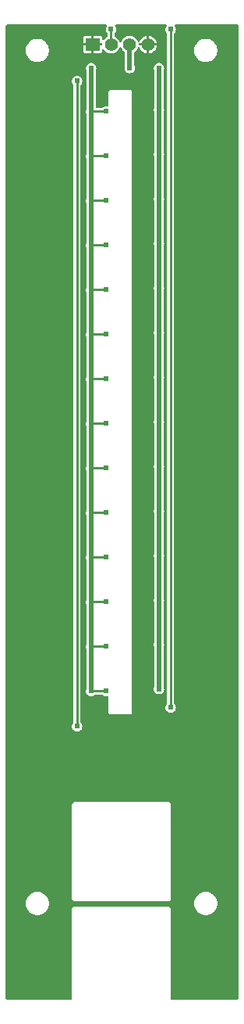
<source format=gbl>
G04 Layer: BottomLayer*
G04 EasyEDA v6.5.29, 2023-07-18 11:14:52*
G04 afe15dd53e0047d18e41e40897773fa5,5a6b42c53f6a479593ecc07194224c93,10*
G04 Gerber Generator version 0.2*
G04 Scale: 100 percent, Rotated: No, Reflected: No *
G04 Dimensions in millimeters *
G04 leading zeros omitted , absolute positions ,4 integer and 5 decimal *
%FSLAX45Y45*%
%MOMM*%

%AMMACRO1*21,1,$1,$2,0,0,$3*%
%ADD10C,0.2540*%
%ADD11C,0.5000*%
%ADD12C,1.4000*%
%ADD13MACRO1,1.524X1.4X0.0000*%
%ADD14C,0.6096*%
%ADD15C,0.0144*%

%LPD*%
G36*
X251967Y851408D02*
G01*
X248056Y852169D01*
X244805Y854405D01*
X242570Y857656D01*
X241808Y861568D01*
X241808Y11393932D01*
X242570Y11397843D01*
X244805Y11401094D01*
X248056Y11403330D01*
X251967Y11404092D01*
X1331468Y11404092D01*
X1335786Y11403126D01*
X1339240Y11400485D01*
X1341272Y11396573D01*
X1341475Y11392154D01*
X1339799Y11388090D01*
X1335481Y11381994D01*
X1331366Y11373053D01*
X1328826Y11363604D01*
X1327962Y11353800D01*
X1328826Y11343995D01*
X1331366Y11334546D01*
X1335481Y11325606D01*
X1341120Y11317579D01*
X1342694Y11316004D01*
X1344930Y11312702D01*
X1345692Y11308791D01*
X1345692Y11281918D01*
X1345082Y11278514D01*
X1343406Y11275517D01*
X1340815Y11273231D01*
X1330604Y11267033D01*
X1320444Y11258753D01*
X1311503Y11249202D01*
X1306474Y11242040D01*
X1303324Y11239195D01*
X1299311Y11237823D01*
X1295095Y11238230D01*
X1291386Y11240312D01*
X1288897Y11243767D01*
X1288034Y11247932D01*
X1288034Y11258143D01*
X1287272Y11264442D01*
X1285392Y11269929D01*
X1282293Y11274806D01*
X1278229Y11278920D01*
X1273302Y11281968D01*
X1267866Y11283899D01*
X1261516Y11284610D01*
X1198626Y11284610D01*
X1198626Y11201400D01*
X1280007Y11201400D01*
X1283919Y11200638D01*
X1287170Y11198402D01*
X1289405Y11195151D01*
X1290167Y11191240D01*
X1290167Y11186160D01*
X1289405Y11182248D01*
X1287170Y11178997D01*
X1283919Y11176762D01*
X1280007Y11176000D01*
X1198626Y11176000D01*
X1198626Y11092789D01*
X1261516Y11092789D01*
X1267866Y11093500D01*
X1273302Y11095431D01*
X1278229Y11098479D01*
X1282293Y11102594D01*
X1285392Y11107470D01*
X1287272Y11112957D01*
X1288034Y11119256D01*
X1288034Y11129467D01*
X1288897Y11133632D01*
X1291386Y11137087D01*
X1295095Y11139170D01*
X1299311Y11139576D01*
X1303324Y11138204D01*
X1306474Y11135360D01*
X1311503Y11128197D01*
X1320444Y11118646D01*
X1330604Y11110366D01*
X1341780Y11103559D01*
X1353769Y11098326D01*
X1366367Y11094821D01*
X1379372Y11093043D01*
X1392428Y11093043D01*
X1405432Y11094821D01*
X1418031Y11098326D01*
X1430020Y11103559D01*
X1441196Y11110366D01*
X1451356Y11118646D01*
X1460296Y11128197D01*
X1467815Y11138865D01*
X1473860Y11150498D01*
X1476349Y11157458D01*
X1478483Y11161014D01*
X1481836Y11163401D01*
X1485900Y11164214D01*
X1489964Y11163401D01*
X1493316Y11161014D01*
X1495450Y11157458D01*
X1497939Y11150498D01*
X1503984Y11138865D01*
X1511503Y11128197D01*
X1520444Y11118646D01*
X1533296Y11108029D01*
X1534972Y11105083D01*
X1535582Y11101679D01*
X1536446Y10960354D01*
X1535480Y10955985D01*
X1534566Y10953953D01*
X1532026Y10944504D01*
X1531162Y10934700D01*
X1532026Y10924895D01*
X1534566Y10915446D01*
X1538681Y10906506D01*
X1544320Y10898479D01*
X1551279Y10891520D01*
X1559306Y10885881D01*
X1568246Y10881766D01*
X1577695Y10879226D01*
X1587500Y10878362D01*
X1597304Y10879226D01*
X1606753Y10881766D01*
X1615694Y10885881D01*
X1623720Y10891520D01*
X1630680Y10898479D01*
X1636318Y10906506D01*
X1640433Y10915446D01*
X1642973Y10924895D01*
X1643837Y10934700D01*
X1642973Y10944504D01*
X1640433Y10953953D01*
X1639214Y10956645D01*
X1638249Y10960862D01*
X1637385Y11102390D01*
X1638350Y11106759D01*
X1641144Y11110315D01*
X1651355Y11118646D01*
X1660296Y11128197D01*
X1667814Y11138865D01*
X1673860Y11150498D01*
X1676349Y11157458D01*
X1678482Y11161014D01*
X1681835Y11163401D01*
X1685899Y11164214D01*
X1689963Y11163401D01*
X1693316Y11161014D01*
X1695450Y11157458D01*
X1697939Y11150498D01*
X1703984Y11138865D01*
X1711502Y11128197D01*
X1720443Y11118646D01*
X1730603Y11110366D01*
X1741779Y11103559D01*
X1753768Y11098326D01*
X1766366Y11094821D01*
X1773174Y11093907D01*
X1773174Y11176000D01*
X1691792Y11176000D01*
X1687880Y11176762D01*
X1684629Y11178997D01*
X1682394Y11182248D01*
X1681632Y11186160D01*
X1681632Y11191240D01*
X1682394Y11195151D01*
X1684629Y11198402D01*
X1687880Y11200638D01*
X1691792Y11201400D01*
X1773174Y11201400D01*
X1773174Y11283492D01*
X1766366Y11282578D01*
X1753768Y11279022D01*
X1741779Y11273840D01*
X1730603Y11267033D01*
X1720443Y11258753D01*
X1711502Y11249202D01*
X1703984Y11238534D01*
X1697939Y11226901D01*
X1695450Y11219942D01*
X1693316Y11216386D01*
X1689963Y11213998D01*
X1685899Y11213185D01*
X1681835Y11213998D01*
X1678482Y11216386D01*
X1676349Y11219942D01*
X1673860Y11226901D01*
X1667814Y11238534D01*
X1660296Y11249202D01*
X1651355Y11258753D01*
X1641195Y11267033D01*
X1630019Y11273840D01*
X1618030Y11279022D01*
X1605432Y11282578D01*
X1592427Y11284356D01*
X1579372Y11284356D01*
X1566367Y11282578D01*
X1553768Y11279022D01*
X1541780Y11273840D01*
X1530604Y11267033D01*
X1520444Y11258753D01*
X1511503Y11249202D01*
X1503984Y11238534D01*
X1497939Y11226901D01*
X1495450Y11219942D01*
X1493316Y11216386D01*
X1489964Y11213998D01*
X1485900Y11213185D01*
X1481836Y11213998D01*
X1478483Y11216386D01*
X1476349Y11219942D01*
X1473860Y11226901D01*
X1467815Y11238534D01*
X1460296Y11249202D01*
X1451356Y11258753D01*
X1441196Y11267033D01*
X1425803Y11276482D01*
X1423670Y11279733D01*
X1422908Y11283594D01*
X1422908Y11308791D01*
X1423670Y11312702D01*
X1425905Y11316004D01*
X1427480Y11317579D01*
X1433118Y11325606D01*
X1437233Y11334546D01*
X1439773Y11343995D01*
X1440637Y11353800D01*
X1439773Y11363604D01*
X1437233Y11373053D01*
X1433118Y11381994D01*
X1428800Y11388090D01*
X1427124Y11392154D01*
X1427327Y11396573D01*
X1429359Y11400485D01*
X1432814Y11403126D01*
X1437132Y11404092D01*
X1979168Y11404092D01*
X1983486Y11403126D01*
X1986940Y11400485D01*
X1988972Y11396573D01*
X1989175Y11392154D01*
X1987499Y11388090D01*
X1983181Y11381994D01*
X1979066Y11373053D01*
X1976526Y11363604D01*
X1975662Y11353800D01*
X1976526Y11343995D01*
X1979066Y11334546D01*
X1983181Y11325606D01*
X1988820Y11317579D01*
X1990394Y11316004D01*
X1992630Y11312702D01*
X1993392Y11308791D01*
X1993392Y4058208D01*
X1992630Y4054297D01*
X1990394Y4050995D01*
X1988820Y4049420D01*
X1983181Y4041394D01*
X1979066Y4032453D01*
X1976526Y4023004D01*
X1975662Y4013200D01*
X1976526Y4003395D01*
X1979066Y3993946D01*
X1983181Y3985006D01*
X1988820Y3976979D01*
X1995779Y3970020D01*
X2003806Y3964381D01*
X2012746Y3960266D01*
X2022195Y3957726D01*
X2032000Y3956862D01*
X2041804Y3957726D01*
X2051253Y3960266D01*
X2060193Y3964381D01*
X2068220Y3970020D01*
X2075180Y3976979D01*
X2080818Y3985006D01*
X2084933Y3993946D01*
X2087473Y4003395D01*
X2088337Y4013200D01*
X2087473Y4023004D01*
X2084933Y4032453D01*
X2080818Y4041394D01*
X2075180Y4049420D01*
X2073605Y4050995D01*
X2071370Y4054297D01*
X2070607Y4058208D01*
X2070607Y11308791D01*
X2071370Y11312702D01*
X2073605Y11316004D01*
X2075180Y11317579D01*
X2080818Y11325606D01*
X2084933Y11334546D01*
X2087473Y11343995D01*
X2088337Y11353800D01*
X2087473Y11363604D01*
X2084933Y11373053D01*
X2080818Y11381994D01*
X2076500Y11388090D01*
X2074824Y11392154D01*
X2075027Y11396573D01*
X2077059Y11400485D01*
X2080514Y11403126D01*
X2084832Y11404092D01*
X2757932Y11404092D01*
X2761843Y11403330D01*
X2765094Y11401094D01*
X2767330Y11397843D01*
X2768092Y11393932D01*
X2768092Y861568D01*
X2767330Y857656D01*
X2765094Y854405D01*
X2761843Y852169D01*
X2757932Y851408D01*
X2042668Y851408D01*
X2038756Y852169D01*
X2035505Y854405D01*
X2033270Y857656D01*
X2032507Y861568D01*
X2032507Y1832254D01*
X2031796Y1838553D01*
X2029866Y1843989D01*
X2026818Y1848916D01*
X2022703Y1852980D01*
X2017826Y1856079D01*
X2012340Y1858010D01*
X2006041Y1858721D01*
X987145Y1858721D01*
X980846Y1858010D01*
X975410Y1856079D01*
X970483Y1852980D01*
X966419Y1848916D01*
X963320Y1843989D01*
X961390Y1838553D01*
X960678Y1832254D01*
X960678Y861568D01*
X959916Y857656D01*
X957732Y854405D01*
X954430Y852169D01*
X950518Y851408D01*
G37*

%LPC*%
G36*
X1083818Y11201400D02*
G01*
X1173226Y11201400D01*
X1173226Y11284610D01*
X1110284Y11284610D01*
X1103934Y11283899D01*
X1098499Y11281968D01*
X1093571Y11278920D01*
X1089507Y11274806D01*
X1086408Y11269929D01*
X1084529Y11264442D01*
X1083818Y11258143D01*
G37*
G36*
X584200Y1766417D02*
G01*
X599389Y1767332D01*
X614324Y1770075D01*
X628853Y1774596D01*
X642721Y1780844D01*
X655726Y1788718D01*
X667664Y1798066D01*
X678434Y1808835D01*
X687781Y1820773D01*
X695655Y1833778D01*
X701903Y1847646D01*
X706424Y1862175D01*
X709168Y1877110D01*
X710082Y1892300D01*
X709168Y1907489D01*
X706424Y1922424D01*
X701903Y1936953D01*
X695655Y1950821D01*
X687781Y1963826D01*
X678434Y1975764D01*
X667664Y1986534D01*
X655726Y1995881D01*
X642721Y2003755D01*
X628853Y2010003D01*
X614324Y2014524D01*
X599389Y2017268D01*
X584200Y2018182D01*
X569010Y2017268D01*
X554075Y2014524D01*
X539546Y2010003D01*
X525678Y2003755D01*
X512673Y1995881D01*
X500735Y1986534D01*
X489966Y1975764D01*
X480618Y1963826D01*
X472744Y1950821D01*
X466496Y1936953D01*
X461975Y1922424D01*
X459232Y1907489D01*
X458317Y1892300D01*
X459232Y1877110D01*
X461975Y1862175D01*
X466496Y1847646D01*
X472744Y1833778D01*
X480618Y1820773D01*
X489966Y1808835D01*
X500735Y1798066D01*
X512673Y1788718D01*
X525678Y1780844D01*
X539546Y1774596D01*
X554075Y1770075D01*
X569010Y1767332D01*
G37*
G36*
X987145Y1917192D02*
G01*
X2006041Y1917192D01*
X2012340Y1917903D01*
X2017826Y1919833D01*
X2022703Y1922881D01*
X2026818Y1926996D01*
X2029866Y1931873D01*
X2031796Y1937359D01*
X2032507Y1943658D01*
X2032507Y2962554D01*
X2031796Y2968853D01*
X2029866Y2974289D01*
X2026818Y2979216D01*
X2022703Y2983280D01*
X2017826Y2986379D01*
X2012340Y2988310D01*
X2006041Y2989021D01*
X987145Y2989021D01*
X980846Y2988310D01*
X975410Y2986379D01*
X970483Y2983280D01*
X966419Y2979216D01*
X963320Y2974289D01*
X961390Y2968853D01*
X960678Y2962554D01*
X960678Y1943658D01*
X961390Y1937359D01*
X963320Y1931873D01*
X966419Y1926996D01*
X970483Y1922881D01*
X975410Y1919833D01*
X980846Y1917903D01*
G37*
G36*
X1016000Y3753662D02*
G01*
X1025804Y3754526D01*
X1035253Y3757066D01*
X1044194Y3761181D01*
X1052220Y3766820D01*
X1059180Y3773779D01*
X1064818Y3781806D01*
X1068933Y3790746D01*
X1071473Y3800195D01*
X1072337Y3810000D01*
X1071473Y3819804D01*
X1068933Y3829253D01*
X1064818Y3838194D01*
X1059180Y3846220D01*
X1057605Y3847795D01*
X1055370Y3851097D01*
X1054608Y3855008D01*
X1054608Y10749991D01*
X1055370Y10753902D01*
X1057605Y10757204D01*
X1059180Y10758779D01*
X1064818Y10766806D01*
X1068933Y10775746D01*
X1071473Y10785195D01*
X1072337Y10795000D01*
X1071473Y10804804D01*
X1068933Y10814253D01*
X1064818Y10823194D01*
X1059180Y10831220D01*
X1052220Y10838180D01*
X1044194Y10843818D01*
X1035253Y10847933D01*
X1025804Y10850473D01*
X1016000Y10851337D01*
X1006195Y10850473D01*
X996746Y10847933D01*
X987806Y10843818D01*
X979779Y10838180D01*
X972819Y10831220D01*
X967181Y10823194D01*
X963066Y10814253D01*
X960526Y10804804D01*
X959662Y10795000D01*
X960526Y10785195D01*
X963066Y10775746D01*
X967181Y10766806D01*
X972819Y10758779D01*
X974394Y10757204D01*
X976630Y10753902D01*
X977392Y10749991D01*
X977392Y3855008D01*
X976630Y3851097D01*
X974394Y3847795D01*
X972819Y3846220D01*
X967181Y3838194D01*
X963066Y3829253D01*
X960526Y3819804D01*
X959662Y3810000D01*
X960526Y3800195D01*
X963066Y3790746D01*
X967181Y3781806D01*
X972819Y3773779D01*
X979779Y3766820D01*
X987806Y3761181D01*
X996746Y3757066D01*
X1006195Y3754526D01*
G37*
G36*
X1384858Y3936492D02*
G01*
X1586941Y3936492D01*
X1593240Y3937203D01*
X1598726Y3939133D01*
X1603603Y3942181D01*
X1607718Y3946296D01*
X1610766Y3951173D01*
X1612696Y3956659D01*
X1613408Y3962958D01*
X1613408Y10671606D01*
X1612696Y10677956D01*
X1610766Y10683392D01*
X1607718Y10688320D01*
X1603603Y10692384D01*
X1598726Y10695482D01*
X1593240Y10697362D01*
X1586941Y10698073D01*
X1384858Y10698073D01*
X1378559Y10697362D01*
X1373073Y10695482D01*
X1368196Y10692384D01*
X1364081Y10688320D01*
X1361033Y10683392D01*
X1359103Y10677956D01*
X1358392Y10671606D01*
X1358392Y10529468D01*
X1357731Y10525861D01*
X1355801Y10522712D01*
X1352854Y10520426D01*
X1349298Y10519359D01*
X1345590Y10519664D01*
X1343304Y10520273D01*
X1333500Y10521137D01*
X1323695Y10520273D01*
X1314246Y10517733D01*
X1305306Y10513618D01*
X1297279Y10507980D01*
X1295704Y10506405D01*
X1292402Y10504170D01*
X1288491Y10503408D01*
X1229461Y10503408D01*
X1225600Y10504170D01*
X1222298Y10506405D01*
X1220063Y10509656D01*
X1219301Y10513568D01*
X1219301Y10908792D01*
X1220266Y10913110D01*
X1221333Y10915446D01*
X1223873Y10924895D01*
X1224737Y10934700D01*
X1223873Y10944504D01*
X1221333Y10953953D01*
X1217218Y10962894D01*
X1211580Y10970920D01*
X1204620Y10977880D01*
X1196594Y10983518D01*
X1187653Y10987633D01*
X1178204Y10990173D01*
X1168400Y10991037D01*
X1158595Y10990173D01*
X1149146Y10987633D01*
X1140206Y10983518D01*
X1132179Y10977880D01*
X1125220Y10970920D01*
X1119581Y10962894D01*
X1115466Y10953953D01*
X1112926Y10944504D01*
X1112062Y10934700D01*
X1112926Y10924895D01*
X1115466Y10915446D01*
X1116533Y10913110D01*
X1117498Y10908792D01*
X1117498Y10490708D01*
X1116533Y10486390D01*
X1115466Y10484053D01*
X1112926Y10474604D01*
X1112062Y10464800D01*
X1112926Y10454995D01*
X1115466Y10445546D01*
X1116533Y10443210D01*
X1117498Y10438892D01*
X1117498Y10008108D01*
X1116533Y10003790D01*
X1115466Y10001453D01*
X1112926Y9992004D01*
X1112062Y9982200D01*
X1112926Y9972395D01*
X1115466Y9962946D01*
X1116533Y9960610D01*
X1117498Y9956292D01*
X1117498Y9525508D01*
X1116533Y9521190D01*
X1115466Y9518853D01*
X1112926Y9509404D01*
X1112062Y9499600D01*
X1112926Y9489795D01*
X1115466Y9480346D01*
X1116533Y9478010D01*
X1117498Y9473692D01*
X1117498Y9042908D01*
X1116533Y9038590D01*
X1115466Y9036253D01*
X1112926Y9026804D01*
X1112062Y9017000D01*
X1112926Y9007195D01*
X1115466Y8997746D01*
X1116533Y8995410D01*
X1117498Y8991092D01*
X1117498Y8560308D01*
X1116533Y8555990D01*
X1115466Y8553653D01*
X1112926Y8544204D01*
X1112062Y8534400D01*
X1112926Y8524595D01*
X1115466Y8515146D01*
X1116533Y8512810D01*
X1117498Y8508492D01*
X1117498Y8077708D01*
X1116533Y8073390D01*
X1115466Y8071053D01*
X1112926Y8061604D01*
X1112062Y8051800D01*
X1112926Y8041995D01*
X1115466Y8032546D01*
X1116533Y8030209D01*
X1117498Y8025892D01*
X1117498Y7595108D01*
X1116533Y7590790D01*
X1115466Y7588453D01*
X1112926Y7579004D01*
X1112062Y7569200D01*
X1112926Y7559395D01*
X1115466Y7549946D01*
X1116533Y7547609D01*
X1117498Y7543292D01*
X1117498Y7112508D01*
X1116533Y7108190D01*
X1115466Y7105853D01*
X1112926Y7096404D01*
X1112062Y7086600D01*
X1112926Y7076795D01*
X1115466Y7067346D01*
X1116533Y7065009D01*
X1117498Y7060692D01*
X1117498Y6629908D01*
X1116533Y6625590D01*
X1115466Y6623253D01*
X1112926Y6613804D01*
X1112062Y6604000D01*
X1112926Y6594195D01*
X1115466Y6584746D01*
X1116533Y6582409D01*
X1117498Y6578092D01*
X1117498Y6147308D01*
X1116533Y6142990D01*
X1115466Y6140653D01*
X1112926Y6131204D01*
X1112062Y6121400D01*
X1112926Y6111595D01*
X1115466Y6102146D01*
X1116533Y6099810D01*
X1117498Y6095492D01*
X1117498Y5664708D01*
X1116533Y5660390D01*
X1115466Y5658053D01*
X1112926Y5648604D01*
X1112062Y5638800D01*
X1112926Y5628995D01*
X1115466Y5619546D01*
X1116533Y5617210D01*
X1117498Y5612892D01*
X1117498Y5182108D01*
X1116533Y5177790D01*
X1115466Y5175453D01*
X1112926Y5166004D01*
X1112062Y5156200D01*
X1112926Y5146395D01*
X1115466Y5136946D01*
X1116533Y5134610D01*
X1117498Y5130292D01*
X1117498Y4699508D01*
X1116533Y4695190D01*
X1115466Y4692853D01*
X1112926Y4683404D01*
X1112062Y4673600D01*
X1112926Y4663795D01*
X1115466Y4654346D01*
X1116533Y4652010D01*
X1117498Y4647692D01*
X1117498Y4216908D01*
X1116533Y4212590D01*
X1115466Y4210253D01*
X1112926Y4200804D01*
X1112062Y4191000D01*
X1112926Y4181195D01*
X1115466Y4171746D01*
X1119581Y4162806D01*
X1125220Y4154779D01*
X1132179Y4147820D01*
X1140206Y4142181D01*
X1149146Y4138066D01*
X1158595Y4135526D01*
X1168400Y4134662D01*
X1178204Y4135526D01*
X1187653Y4138066D01*
X1196594Y4142181D01*
X1204620Y4147820D01*
X1206195Y4149394D01*
X1209497Y4151629D01*
X1213408Y4152392D01*
X1288491Y4152392D01*
X1292402Y4151629D01*
X1295704Y4149394D01*
X1297279Y4147820D01*
X1305306Y4142181D01*
X1314246Y4138066D01*
X1323695Y4135526D01*
X1333500Y4134662D01*
X1343304Y4135526D01*
X1345590Y4136136D01*
X1349298Y4136440D01*
X1352854Y4135374D01*
X1355801Y4133087D01*
X1357731Y4129938D01*
X1358392Y4126331D01*
X1358392Y3962958D01*
X1359103Y3956659D01*
X1361033Y3951173D01*
X1364081Y3946296D01*
X1368196Y3942181D01*
X1373073Y3939133D01*
X1378559Y3937203D01*
G37*
G36*
X2413000Y1766417D02*
G01*
X2428138Y1767332D01*
X2443124Y1770075D01*
X2457602Y1774596D01*
X2471470Y1780844D01*
X2484475Y1788718D01*
X2496464Y1798066D01*
X2507183Y1808835D01*
X2516581Y1820773D01*
X2524455Y1833778D01*
X2530703Y1847646D01*
X2535224Y1862175D01*
X2537968Y1877110D01*
X2538882Y1892300D01*
X2537968Y1907489D01*
X2535224Y1922424D01*
X2530703Y1936953D01*
X2524455Y1950821D01*
X2516581Y1963826D01*
X2507183Y1975764D01*
X2496464Y1986534D01*
X2484475Y1995881D01*
X2471470Y2003755D01*
X2457602Y2010003D01*
X2443124Y2014524D01*
X2428138Y2017268D01*
X2413000Y2018182D01*
X2397810Y2017268D01*
X2382824Y2014524D01*
X2368346Y2010003D01*
X2354478Y2003755D01*
X2341473Y1995881D01*
X2329484Y1986534D01*
X2318766Y1975764D01*
X2309368Y1963826D01*
X2301494Y1950821D01*
X2295245Y1936953D01*
X2290724Y1922424D01*
X2287981Y1907489D01*
X2287066Y1892300D01*
X2287981Y1877110D01*
X2290724Y1862175D01*
X2295245Y1847646D01*
X2301494Y1833778D01*
X2309368Y1820773D01*
X2318766Y1808835D01*
X2329484Y1798066D01*
X2341473Y1788718D01*
X2354478Y1780844D01*
X2368346Y1774596D01*
X2382824Y1770075D01*
X2397810Y1767332D01*
G37*
G36*
X2413000Y10999317D02*
G01*
X2428138Y11000232D01*
X2443124Y11002975D01*
X2457602Y11007496D01*
X2471470Y11013744D01*
X2484475Y11021618D01*
X2496464Y11030966D01*
X2507183Y11041735D01*
X2516581Y11053673D01*
X2524455Y11066678D01*
X2530703Y11080546D01*
X2535224Y11095075D01*
X2537968Y11110010D01*
X2538882Y11125200D01*
X2537968Y11140389D01*
X2535224Y11155324D01*
X2530703Y11169853D01*
X2524455Y11183721D01*
X2516581Y11196726D01*
X2507183Y11208664D01*
X2496464Y11219434D01*
X2484475Y11228781D01*
X2471470Y11236655D01*
X2457602Y11242903D01*
X2443124Y11247424D01*
X2428138Y11250168D01*
X2413000Y11251082D01*
X2397810Y11250168D01*
X2382824Y11247424D01*
X2368346Y11242903D01*
X2354478Y11236655D01*
X2341473Y11228781D01*
X2329484Y11219434D01*
X2318766Y11208664D01*
X2309368Y11196726D01*
X2301494Y11183721D01*
X2295245Y11169853D01*
X2290724Y11155324D01*
X2287981Y11140389D01*
X2287066Y11125200D01*
X2287981Y11110010D01*
X2290724Y11095075D01*
X2295245Y11080546D01*
X2301494Y11066678D01*
X2309368Y11053673D01*
X2318766Y11041735D01*
X2329484Y11030966D01*
X2341473Y11021618D01*
X2354478Y11013744D01*
X2368346Y11007496D01*
X2382824Y11002975D01*
X2397810Y11000232D01*
G37*
G36*
X584200Y10999317D02*
G01*
X599389Y11000232D01*
X614324Y11002975D01*
X628853Y11007496D01*
X642721Y11013744D01*
X655726Y11021618D01*
X667664Y11030966D01*
X678434Y11041735D01*
X687781Y11053673D01*
X695655Y11066678D01*
X701903Y11080546D01*
X706424Y11095075D01*
X709168Y11110010D01*
X710082Y11125200D01*
X709168Y11140389D01*
X706424Y11155324D01*
X701903Y11169853D01*
X695655Y11183721D01*
X687781Y11196726D01*
X678434Y11208664D01*
X667664Y11219434D01*
X655726Y11228781D01*
X642721Y11236655D01*
X628853Y11242903D01*
X614324Y11247424D01*
X599389Y11250168D01*
X584200Y11251082D01*
X569010Y11250168D01*
X554075Y11247424D01*
X539546Y11242903D01*
X525678Y11236655D01*
X512673Y11228781D01*
X500735Y11219434D01*
X489966Y11208664D01*
X480618Y11196726D01*
X472744Y11183721D01*
X466496Y11169853D01*
X461975Y11155324D01*
X459232Y11140389D01*
X458317Y11125200D01*
X459232Y11110010D01*
X461975Y11095075D01*
X466496Y11080546D01*
X472744Y11066678D01*
X480618Y11053673D01*
X489966Y11041735D01*
X500735Y11030966D01*
X512673Y11021618D01*
X525678Y11013744D01*
X539546Y11007496D01*
X554075Y11002975D01*
X569010Y11000232D01*
G37*
G36*
X1110284Y11092789D02*
G01*
X1173226Y11092789D01*
X1173226Y11176000D01*
X1083818Y11176000D01*
X1083818Y11119256D01*
X1084529Y11112957D01*
X1086408Y11107470D01*
X1089507Y11102594D01*
X1093571Y11098479D01*
X1098499Y11095431D01*
X1103934Y11093500D01*
G37*
G36*
X1798574Y11093907D02*
G01*
X1805432Y11094821D01*
X1818030Y11098326D01*
X1830019Y11103559D01*
X1841195Y11110366D01*
X1851355Y11118646D01*
X1860296Y11128197D01*
X1867814Y11138865D01*
X1873859Y11150498D01*
X1878228Y11162842D01*
X1880920Y11176000D01*
X1798574Y11176000D01*
G37*
G36*
X1798574Y11201400D02*
G01*
X1880920Y11201400D01*
X1878228Y11214557D01*
X1873859Y11226901D01*
X1867814Y11238534D01*
X1860296Y11249202D01*
X1851355Y11258753D01*
X1841195Y11267033D01*
X1830019Y11273840D01*
X1818030Y11279022D01*
X1805432Y11282578D01*
X1798574Y11283492D01*
G37*
G36*
X1905000Y4156862D02*
G01*
X1914804Y4157675D01*
X1924253Y4160215D01*
X1933193Y4164380D01*
X1941220Y4170019D01*
X1948180Y4176979D01*
X1953818Y4185005D01*
X1957933Y4193895D01*
X1960473Y4203395D01*
X1961337Y4213199D01*
X1960473Y4222953D01*
X1957933Y4232452D01*
X1956866Y4234789D01*
X1955901Y4239107D01*
X1955901Y4669891D01*
X1956866Y4674158D01*
X1957933Y4676495D01*
X1960473Y4685995D01*
X1961337Y4695799D01*
X1960473Y4705553D01*
X1957933Y4715052D01*
X1956866Y4717389D01*
X1955901Y4721707D01*
X1955901Y5152390D01*
X1956866Y5156657D01*
X1957933Y5158994D01*
X1960473Y5168493D01*
X1961337Y5178298D01*
X1960473Y5188051D01*
X1957933Y5197551D01*
X1956866Y5199888D01*
X1955901Y5204206D01*
X1955901Y5634990D01*
X1956866Y5639257D01*
X1957933Y5641594D01*
X1960473Y5651093D01*
X1961337Y5660898D01*
X1960473Y5670651D01*
X1957933Y5680151D01*
X1956866Y5682488D01*
X1955901Y5686806D01*
X1955901Y6117488D01*
X1956866Y6121755D01*
X1957933Y6124092D01*
X1960473Y6133592D01*
X1961337Y6143396D01*
X1960473Y6153150D01*
X1957933Y6162649D01*
X1956866Y6164986D01*
X1955901Y6169304D01*
X1955901Y6600088D01*
X1956866Y6604355D01*
X1957933Y6606692D01*
X1960473Y6616192D01*
X1961337Y6625996D01*
X1960473Y6635750D01*
X1957933Y6645249D01*
X1956866Y6647586D01*
X1955901Y6651904D01*
X1955901Y7082586D01*
X1956866Y7086853D01*
X1957933Y7089241D01*
X1960473Y7098690D01*
X1961337Y7108494D01*
X1960473Y7118299D01*
X1957933Y7127748D01*
X1956866Y7130084D01*
X1955901Y7134402D01*
X1955901Y7565186D01*
X1956866Y7569453D01*
X1957933Y7571841D01*
X1960473Y7581290D01*
X1961337Y7591094D01*
X1960473Y7600899D01*
X1957933Y7610348D01*
X1956866Y7612684D01*
X1955901Y7617002D01*
X1955901Y8047685D01*
X1956866Y8052003D01*
X1957933Y8054340D01*
X1960473Y8063788D01*
X1961337Y8073593D01*
X1960473Y8083397D01*
X1957933Y8092846D01*
X1956866Y8095183D01*
X1955901Y8099501D01*
X1955901Y8530285D01*
X1956866Y8534603D01*
X1957933Y8536940D01*
X1960473Y8546388D01*
X1961337Y8556193D01*
X1960473Y8565997D01*
X1957933Y8575446D01*
X1956866Y8577783D01*
X1955901Y8582101D01*
X1955901Y9012783D01*
X1956866Y9017101D01*
X1957933Y9019438D01*
X1960473Y9028887D01*
X1961337Y9038691D01*
X1960473Y9048496D01*
X1957933Y9057944D01*
X1956866Y9060281D01*
X1955901Y9064599D01*
X1955901Y9495383D01*
X1956866Y9499701D01*
X1957933Y9502038D01*
X1960473Y9511487D01*
X1961337Y9521291D01*
X1960473Y9531096D01*
X1957933Y9540544D01*
X1956866Y9542881D01*
X1955901Y9547199D01*
X1955901Y9977882D01*
X1956866Y9982200D01*
X1957933Y9984536D01*
X1960473Y9993985D01*
X1961337Y10003790D01*
X1960473Y10013594D01*
X1957933Y10023043D01*
X1956866Y10025380D01*
X1955901Y10029698D01*
X1955901Y10460482D01*
X1956866Y10464800D01*
X1957933Y10467136D01*
X1960473Y10476585D01*
X1961337Y10486390D01*
X1960473Y10496194D01*
X1957933Y10505643D01*
X1956866Y10507980D01*
X1955901Y10512298D01*
X1955901Y10908792D01*
X1956866Y10913110D01*
X1957933Y10915446D01*
X1960473Y10924895D01*
X1961337Y10934700D01*
X1960473Y10944504D01*
X1957933Y10953953D01*
X1953818Y10962894D01*
X1948180Y10970920D01*
X1941220Y10977880D01*
X1933193Y10983518D01*
X1924253Y10987633D01*
X1914804Y10990173D01*
X1905000Y10991037D01*
X1895195Y10990173D01*
X1885746Y10987633D01*
X1876806Y10983518D01*
X1868779Y10977880D01*
X1861820Y10970920D01*
X1856181Y10962894D01*
X1852066Y10953953D01*
X1849526Y10944504D01*
X1848662Y10934700D01*
X1849526Y10924895D01*
X1852066Y10915446D01*
X1853133Y10913110D01*
X1854098Y10908792D01*
X1854098Y10512298D01*
X1853133Y10507980D01*
X1852066Y10505643D01*
X1849526Y10496194D01*
X1848662Y10486390D01*
X1849526Y10476585D01*
X1852066Y10467136D01*
X1853133Y10464800D01*
X1854098Y10460482D01*
X1854098Y10029698D01*
X1853133Y10025380D01*
X1852066Y10023043D01*
X1849526Y10013594D01*
X1848662Y10003790D01*
X1849526Y9993985D01*
X1852066Y9984536D01*
X1853133Y9982200D01*
X1854098Y9977882D01*
X1854098Y9547199D01*
X1853133Y9542881D01*
X1852066Y9540544D01*
X1849526Y9531096D01*
X1848662Y9521291D01*
X1849526Y9511487D01*
X1852066Y9502038D01*
X1853133Y9499701D01*
X1854098Y9495383D01*
X1854098Y9064599D01*
X1853133Y9060281D01*
X1852066Y9057944D01*
X1849526Y9048496D01*
X1848662Y9038691D01*
X1849526Y9028887D01*
X1852066Y9019438D01*
X1853133Y9017101D01*
X1854098Y9012783D01*
X1854098Y8582101D01*
X1853133Y8577783D01*
X1852066Y8575446D01*
X1849526Y8565997D01*
X1848662Y8556193D01*
X1849526Y8546388D01*
X1852066Y8536940D01*
X1853133Y8534603D01*
X1854098Y8530285D01*
X1854098Y8099501D01*
X1853133Y8095183D01*
X1852066Y8092846D01*
X1849526Y8083397D01*
X1848662Y8073593D01*
X1849526Y8063788D01*
X1852066Y8054340D01*
X1853133Y8052003D01*
X1854098Y8047685D01*
X1854098Y7617002D01*
X1853133Y7612684D01*
X1852066Y7610348D01*
X1849526Y7600899D01*
X1848662Y7591094D01*
X1849526Y7581290D01*
X1852066Y7571841D01*
X1853133Y7569453D01*
X1854098Y7565186D01*
X1854098Y7134402D01*
X1853133Y7130084D01*
X1852066Y7127748D01*
X1849526Y7118299D01*
X1848662Y7108494D01*
X1849526Y7098690D01*
X1852066Y7089241D01*
X1853133Y7086853D01*
X1854098Y7082586D01*
X1854098Y6651904D01*
X1853133Y6647586D01*
X1852066Y6645249D01*
X1849526Y6635750D01*
X1848662Y6625996D01*
X1849526Y6616192D01*
X1852066Y6606692D01*
X1853133Y6604355D01*
X1854098Y6600088D01*
X1854098Y6169304D01*
X1853133Y6164986D01*
X1852066Y6162649D01*
X1849526Y6153150D01*
X1848662Y6143396D01*
X1849526Y6133592D01*
X1852066Y6124092D01*
X1853133Y6121755D01*
X1854098Y6117488D01*
X1854098Y5686806D01*
X1853133Y5682488D01*
X1852066Y5680151D01*
X1849526Y5670651D01*
X1848662Y5660898D01*
X1849526Y5651093D01*
X1852066Y5641594D01*
X1853133Y5639257D01*
X1854098Y5634990D01*
X1854098Y5204206D01*
X1853133Y5199888D01*
X1852066Y5197551D01*
X1849526Y5188051D01*
X1848662Y5178298D01*
X1849526Y5168493D01*
X1852066Y5158994D01*
X1853133Y5156657D01*
X1854098Y5152390D01*
X1854098Y4721707D01*
X1853133Y4717389D01*
X1852066Y4715052D01*
X1849526Y4705553D01*
X1848662Y4695799D01*
X1849526Y4685995D01*
X1852066Y4676495D01*
X1853133Y4674158D01*
X1854098Y4669891D01*
X1854098Y4239107D01*
X1853133Y4234789D01*
X1852066Y4232452D01*
X1849526Y4222953D01*
X1848662Y4213199D01*
X1849526Y4203395D01*
X1852066Y4193895D01*
X1856181Y4185005D01*
X1861820Y4176979D01*
X1868779Y4170019D01*
X1876806Y4164380D01*
X1885746Y4160215D01*
X1895195Y4157675D01*
G37*

%LPD*%
D10*
X2032000Y11353800D02*
G01*
X2032000Y4013200D01*
D11*
X1905000Y10486392D02*
G01*
X1905000Y10934700D01*
X1905000Y10003792D02*
G01*
X1905000Y10486392D01*
X1905000Y9521192D02*
G01*
X1905000Y10003792D01*
X1905000Y9038592D02*
G01*
X1905000Y9521192D01*
X1905000Y8556091D02*
G01*
X1905000Y9038691D01*
X1905000Y8073491D02*
G01*
X1905000Y8556091D01*
X1905000Y7590990D02*
G01*
X1905000Y8073590D01*
X1905000Y7108390D02*
G01*
X1905000Y7590990D01*
X1905000Y6625889D02*
G01*
X1905000Y7108489D01*
X1905000Y6143289D02*
G01*
X1905000Y6625889D01*
X1905000Y5660788D02*
G01*
X1905000Y6143388D01*
X1905000Y5178188D02*
G01*
X1905000Y5660788D01*
X1905000Y4695687D02*
G01*
X1905000Y5178287D01*
X1905000Y4213087D02*
G01*
X1905000Y4695687D01*
X1168400Y10934700D02*
G01*
X1168400Y10464800D01*
X1168400Y10464800D02*
G01*
X1168400Y9982200D01*
D10*
X1333500Y10464800D02*
G01*
X1168400Y10464800D01*
D11*
X1168400Y9982200D02*
G01*
X1168400Y9499600D01*
D10*
X1333500Y9982200D02*
G01*
X1168400Y9982200D01*
D11*
X1168400Y9499600D02*
G01*
X1168400Y9017000D01*
D10*
X1333500Y9499600D02*
G01*
X1168400Y9499600D01*
D11*
X1168400Y9017000D02*
G01*
X1168400Y8534400D01*
D10*
X1333500Y9017000D02*
G01*
X1168400Y9017000D01*
D11*
X1168400Y8534400D02*
G01*
X1168400Y8051800D01*
D10*
X1333500Y8534400D02*
G01*
X1168400Y8534400D01*
D11*
X1168400Y8051800D02*
G01*
X1168400Y7569200D01*
D10*
X1333500Y8051800D02*
G01*
X1168400Y8051800D01*
D11*
X1168400Y7569200D02*
G01*
X1168400Y7086600D01*
D10*
X1333500Y7569200D02*
G01*
X1168400Y7569200D01*
D11*
X1168400Y7086600D02*
G01*
X1168400Y6604000D01*
D10*
X1333500Y7086600D02*
G01*
X1168400Y7086600D01*
D11*
X1168400Y6604000D02*
G01*
X1168400Y6121400D01*
D10*
X1333500Y6604000D02*
G01*
X1168400Y6604000D01*
D11*
X1168400Y6121400D02*
G01*
X1168400Y5638800D01*
D10*
X1333500Y6121400D02*
G01*
X1168400Y6121400D01*
D11*
X1168400Y5638800D02*
G01*
X1168400Y5156200D01*
D10*
X1333500Y5638800D02*
G01*
X1168400Y5638800D01*
D11*
X1168400Y5156200D02*
G01*
X1168400Y4673600D01*
D10*
X1333500Y5156200D02*
G01*
X1168400Y5156200D01*
D11*
X1168400Y4673600D02*
G01*
X1168400Y4191000D01*
D10*
X1333500Y4673600D02*
G01*
X1168400Y4673600D01*
X1016000Y10795000D02*
G01*
X1016000Y3810000D01*
X1168400Y4191000D02*
G01*
X1333500Y4191000D01*
X1385900Y11188700D02*
G01*
X1384300Y11190300D01*
X1384300Y11353800D01*
D11*
X1585975Y11188700D02*
G01*
X1587500Y10934700D01*
D12*
G01*
X1785899Y11188700D03*
G01*
X1585899Y11188700D03*
G01*
X1385900Y11188700D03*
D13*
G01*
X1185900Y11188700D03*
D14*
G01*
X1638300Y4419600D03*
G01*
X1638300Y4902200D03*
G01*
X1638300Y5384800D03*
G01*
X1638300Y5867400D03*
G01*
X1638300Y6350000D03*
G01*
X1638300Y6832600D03*
G01*
X1638300Y7315200D03*
G01*
X1638300Y7797800D03*
G01*
X1638300Y8280400D03*
G01*
X1638300Y8763000D03*
G01*
X1638300Y9245600D03*
G01*
X1638300Y9728200D03*
G01*
X1638300Y10210800D03*
G01*
X1333500Y4191000D03*
G01*
X1168400Y4191000D03*
G01*
X1168400Y4673600D03*
G01*
X1333500Y4673600D03*
G01*
X1333500Y5156200D03*
G01*
X1168400Y5156200D03*
G01*
X1168400Y5638800D03*
G01*
X1333500Y5638800D03*
G01*
X1168400Y6121400D03*
G01*
X1333500Y6121400D03*
G01*
X1168400Y6604000D03*
G01*
X1333500Y6604000D03*
G01*
X1168400Y7086600D03*
G01*
X1333500Y7086600D03*
G01*
X1168400Y7569200D03*
G01*
X1333500Y7569200D03*
G01*
X1168400Y8051800D03*
G01*
X1333500Y8051800D03*
G01*
X1168400Y8534400D03*
G01*
X1333500Y8534400D03*
G01*
X1168400Y9017000D03*
G01*
X1333500Y9017000D03*
G01*
X1168400Y9499600D03*
G01*
X1333500Y9499600D03*
G01*
X1168400Y9982200D03*
G01*
X1333500Y9982200D03*
G01*
X1168400Y10464800D03*
G01*
X1333500Y10464800D03*
G01*
X2032000Y11353800D03*
G01*
X2032000Y4013200D03*
G01*
X1384300Y11353800D03*
G01*
X1587500Y10934700D03*
G01*
X1905000Y10486389D03*
G01*
X1905000Y10934700D03*
G01*
X1905000Y10003789D03*
G01*
X1905000Y9521291D03*
G01*
X1905000Y9038691D03*
G01*
X1905000Y8556193D03*
G01*
X1905000Y8073593D03*
G01*
X1905000Y7591094D03*
G01*
X1905000Y7108494D03*
G01*
X1905000Y6625996D03*
G01*
X1905000Y6143396D03*
G01*
X1905000Y5660897D03*
G01*
X1905000Y5178297D03*
G01*
X1905000Y4695774D03*
G01*
X1905000Y4213174D03*
G01*
X1168400Y10934700D03*
G01*
X1016000Y10795000D03*
G01*
X1016000Y3810000D03*
G01*
X2159000Y11188700D03*
M02*

</source>
